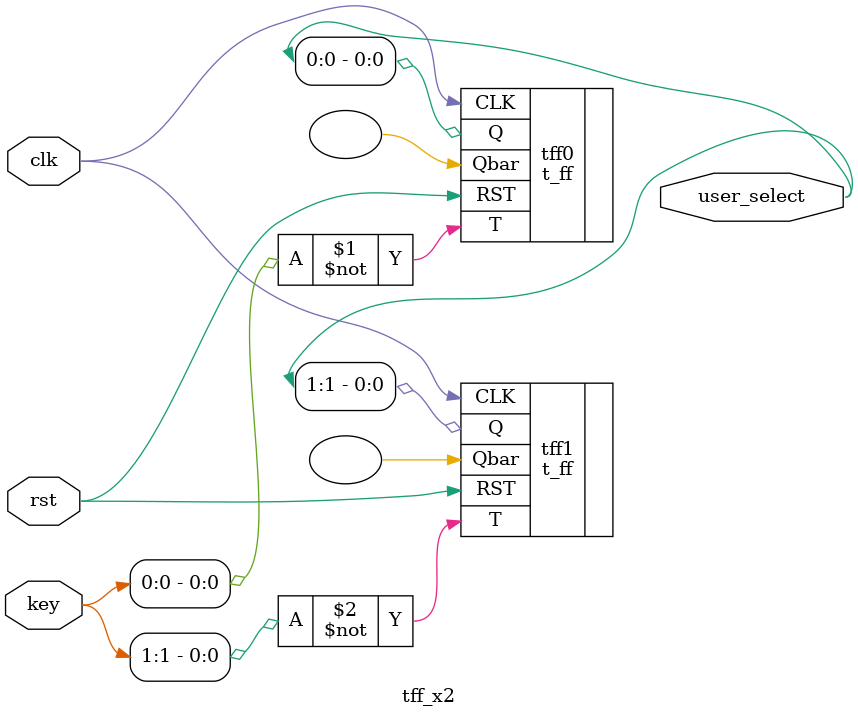
<source format=v>
module tff_x2(
input[1:0]key,
input clk,rst,
output [1:0]user_select
);


t_ff tff0 (.T(~key[0]), .CLK(clk), .RST(rst), .Q(user_select[0]), .Qbar());
t_ff tff1 (.T(~key[1]), .CLK(clk), .RST(rst), .Q(user_select[1]), .Qbar());

endmodule

</source>
